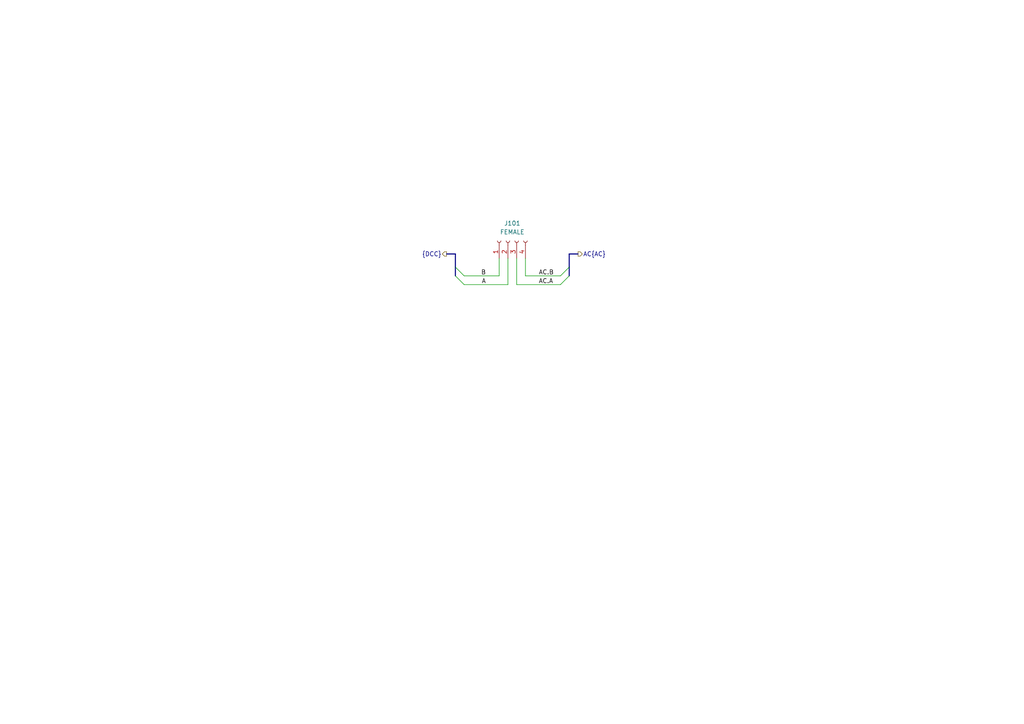
<source format=kicad_sch>
(kicad_sch (version 20231120) (generator "eeschema") (generator_version "8.0")
  (paper "A4")
  (lib_symbols
    (symbol "custom_kicad_lib_sk:connector_3.50mm_4P_horizontal_FEMALE" (pin_names (offset 1.016) hide)
      (property "Reference" "J" (at 0 5.08 0))
      (property "Value" "FEMALE" (at 0 -7.62 0))
      (symbol "connector_3.50mm_4P_horizontal_FEMALE_1_1"
        (arc (start 0 -4.572) (mid -0.5058 -5.08) (end 0 -5.588) (stroke (width 0.1524)))
        (arc (start 0 -2.032) (mid -0.5058 -2.54) (end 0 -3.048) (stroke (width 0.1524)))
        (polyline (pts (xy -1.27 -5.08) (xy -0.508 -5.08)) (stroke (width 0.1524)))
        (polyline (pts (xy -1.27 -2.54) (xy -0.508 -2.54)) (stroke (width 0.1524)))
        (polyline (pts (xy -1.27 0) (xy -0.508 0)) (stroke (width 0.1524)))
        (polyline (pts (xy -1.27 2.54) (xy -0.508 2.54)) (stroke (width 0.1524)))
        (arc (start 0 0.508) (mid -0.5058 0) (end 0 -0.508) (stroke (width 0.1524)))
        (arc (start 0 3.048) (mid -0.5058 2.54) (end 0 2.032) (stroke (width 0.1524)))
        (pin passive line (at -5.08 2.54 0) (length 3.81) (name "Pin_1") (number "1"))
        (pin passive line (at -5.08 0 0) (length 3.81) (name "Pin_2") (number "2"))
        (pin passive line (at -5.08 -2.54 0) (length 3.81) (name "Pin_3") (number "3"))
        (pin passive line (at -5.08 -5.08 0) (length 3.81) (name "Pin_4") (number "4"))
      )
    )
  )
  (bus_alias "AC" (members "A" "B"))
  (bus_entry (at 134.62 82.55) (size -2.54 -2.54))
  (bus_entry (at 162.56 80.01) (size 2.54 -2.54))
  (bus_entry (at 134.62 80.01) (size -2.54 -2.54))
  (bus_entry (at 162.56 82.55) (size 2.54 -2.54))
  (wire (pts (xy 147.32 74.93) (xy 147.32 82.55)))
  (bus (pts (xy 132.08 73.66) (xy 129.54 73.66)))
  (bus (pts (xy 132.08 80.01) (xy 132.08 77.47)))
  (bus (pts (xy 165.1 80.01) (xy 165.1 77.47)))
  (wire (pts (xy 149.86 82.55) (xy 162.56 82.55)))
  (wire (pts (xy 152.4 74.93) (xy 152.4 80.01)))
  (wire (pts (xy 147.32 82.55) (xy 134.62 82.55)))
  (bus (pts (xy 132.08 77.47) (xy 132.08 73.66)))
  (wire (pts (xy 149.86 74.93) (xy 149.86 82.55)))
  (wire (pts (xy 152.4 80.01) (xy 162.56 80.01)))
  (wire (pts (xy 144.78 74.93) (xy 144.78 80.01)))
  (wire (pts (xy 144.78 80.01) (xy 134.62 80.01)))
  (bus (pts (xy 167.64 73.66) (xy 165.1 73.66)))
  (bus (pts (xy 165.1 77.47) (xy 165.1 73.66)))
  (label "AC.A" (at 156.21 82.55 0))
  (label "B" (at 140.97 80.01 180))
  (label "AC.B" (at 156.21 80.01 0))
  (label "A" (at 140.97 82.55 180))
  (hierarchical_label "AC{AC}" (shape output) (at 167.64 73.66 0))
  (hierarchical_label "{DCC}" (shape output) (at 129.54 73.66 180))
  (symbol (lib_id "custom_kicad_lib_sk:connector_3.50mm_4P_horizontal_FEMALE") (at 147.32 69.85 90) (unit 1)
    (property "Reference" "J101" (at 148.59 64.77 90))
    (property "Value" "FEMALE" (at 148.59 67.31 90))
    (property "Footprint" "Connector_Phoenix_MC:PhoenixContact_MC_1,5_4-G-3.5_1x04_P3.50mm_Horizontal" (effects (hide yes)))
    (property "Description" "Generic connector, single row, 01x04, script generated" (effects (hide yes)))
    (property "JLCPCB Part#" "C880574" (effects (hide yes)))
    (property "mating Part#" "C560214" (effects (hide yes)))
  )
)
</source>
